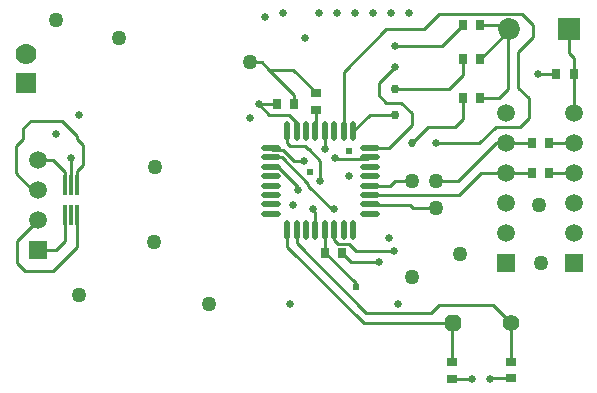
<source format=gbl>
%FSLAX25Y25*%
%MOIN*%
G70*
G01*
G75*
G04 Layer_Physical_Order=4*
G04 Layer_Color=16711680*
%ADD10R,0.04331X0.02559*%
%ADD11R,0.03543X0.03150*%
%ADD12R,0.03150X0.03543*%
%ADD13R,0.02756X0.03543*%
%ADD14R,0.05906X0.05906*%
%ADD15O,0.07087X0.01181*%
%ADD16O,0.01181X0.07087*%
%ADD17C,0.01000*%
G04:AMPARAMS|DCode=18|XSize=55.12mil|YSize=55.12mil|CornerRadius=0mil|HoleSize=0mil|Usage=FLASHONLY|Rotation=0.000|XOffset=0mil|YOffset=0mil|HoleType=Round|Shape=Octagon|*
%AMOCTAGOND18*
4,1,8,0.02756,-0.01378,0.02756,0.01378,0.01378,0.02756,-0.01378,0.02756,-0.02756,0.01378,-0.02756,-0.01378,-0.01378,-0.02756,0.01378,-0.02756,0.02756,-0.01378,0.0*
%
%ADD18OCTAGOND18*%

%ADD19C,0.05512*%
%ADD20R,0.05906X0.05906*%
%ADD21C,0.05906*%
%ADD22R,0.07284X0.07284*%
%ADD23C,0.07284*%
%ADD24R,0.07000X0.07000*%
%ADD25C,0.07000*%
%ADD26C,0.02677*%
%ADD27C,0.02402*%
%ADD28C,0.02441*%
%ADD29C,0.02559*%
%ADD30C,0.05000*%
%ADD31C,0.02480*%
%ADD32C,0.02713*%
%ADD33C,0.02953*%
%ADD34C,0.02500*%
%ADD35C,0.04000*%
%ADD36C,0.07150*%
G04:AMPARAMS|DCode=37|XSize=95.433mil|YSize=95.433mil|CornerRadius=0mil|HoleSize=0mil|Usage=FLASHONLY|Rotation=0.000|XOffset=0mil|YOffset=0mil|HoleType=Round|Shape=Relief|Width=10mil|Gap=10mil|Entries=4|*
%AMTHD37*
7,0,0,0.09543,0.07543,0.01000,45*
%
%ADD37THD37*%
%ADD38C,0.07543*%
%ADD39C,0.08331*%
G04:AMPARAMS|DCode=40|XSize=103.307mil|YSize=103.307mil|CornerRadius=0mil|HoleSize=0mil|Usage=FLASHONLY|Rotation=0.000|XOffset=0mil|YOffset=0mil|HoleType=Round|Shape=Relief|Width=10mil|Gap=10mil|Entries=4|*
%AMTHD40*
7,0,0,0.10331,0.08331,0.01000,45*
%
%ADD40THD40*%
%ADD41C,0.08000*%
G04:AMPARAMS|DCode=42|XSize=100mil|YSize=100mil|CornerRadius=0mil|HoleSize=0mil|Usage=FLASHONLY|Rotation=0.000|XOffset=0mil|YOffset=0mil|HoleType=Round|Shape=Relief|Width=10mil|Gap=10mil|Entries=4|*
%AMTHD42*
7,0,0,0.10000,0.08000,0.01000,45*
%
%ADD42THD42*%
G04:AMPARAMS|DCode=43|XSize=73.819mil|YSize=73.819mil|CornerRadius=0mil|HoleSize=0mil|Usage=FLASHONLY|Rotation=0.000|XOffset=0mil|YOffset=0mil|HoleType=Round|Shape=Relief|Width=10mil|Gap=10mil|Entries=4|*
%AMTHD43*
7,0,0,0.07382,0.05382,0.01000,45*
%
%ADD43THD43*%
%ADD44C,0.05382*%
%ADD45C,0.05378*%
%ADD46C,0.05221*%
G04:AMPARAMS|DCode=47|XSize=74.961mil|YSize=74.961mil|CornerRadius=0mil|HoleSize=0mil|Usage=FLASHONLY|Rotation=0.000|XOffset=0mil|YOffset=0mil|HoleType=Round|Shape=Relief|Width=10mil|Gap=10mil|Entries=4|*
%AMTHD47*
7,0,0,0.07496,0.05496,0.01000,45*
%
%ADD47THD47*%
G04:AMPARAMS|DCode=48|XSize=73.779mil|YSize=73.779mil|CornerRadius=0mil|HoleSize=0mil|Usage=FLASHONLY|Rotation=0.000|XOffset=0mil|YOffset=0mil|HoleType=Round|Shape=Relief|Width=10mil|Gap=10mil|Entries=4|*
%AMTHD48*
7,0,0,0.07378,0.05378,0.01000,45*
%
%ADD48THD48*%
G04:AMPARAMS|DCode=49|XSize=75mil|YSize=75mil|CornerRadius=0mil|HoleSize=0mil|Usage=FLASHONLY|Rotation=0.000|XOffset=0mil|YOffset=0mil|HoleType=Round|Shape=Relief|Width=10mil|Gap=10mil|Entries=4|*
%AMTHD49*
7,0,0,0.07500,0.05500,0.01000,45*
%
%ADD49THD49*%
G04:AMPARAMS|DCode=50|XSize=88mil|YSize=88mil|CornerRadius=0mil|HoleSize=0mil|Usage=FLASHONLY|Rotation=0.000|XOffset=0mil|YOffset=0mil|HoleType=Round|Shape=Relief|Width=10mil|Gap=10mil|Entries=4|*
%AMTHD50*
7,0,0,0.08800,0.06800,0.01000,45*
%
%ADD50THD50*%
%ADD51C,0.06800*%
G04:AMPARAMS|DCode=52|XSize=72.205mil|YSize=72.205mil|CornerRadius=0mil|HoleSize=0mil|Usage=FLASHONLY|Rotation=0.000|XOffset=0mil|YOffset=0mil|HoleType=Round|Shape=Relief|Width=10mil|Gap=10mil|Entries=4|*
%AMTHD52*
7,0,0,0.07220,0.05221,0.01000,45*
%
%ADD52THD52*%
%ADD53C,0.05496*%
%ADD54C,0.05500*%
%ADD55R,0.01575X0.07087*%
%ADD56O,0.01575X0.07087*%
%ADD57O,0.02165X0.06496*%
%ADD58O,0.06496X0.02165*%
D11*
X250000Y123488D02*
D03*
Y129000D02*
D03*
X269500Y123744D02*
D03*
Y129256D02*
D03*
X204500Y218756D02*
D03*
Y213244D02*
D03*
D12*
X276744Y202000D02*
D03*
X282256D02*
D03*
X276744Y192000D02*
D03*
X282256D02*
D03*
X259256Y241500D02*
D03*
X253744D02*
D03*
X197256Y215000D02*
D03*
X191744D02*
D03*
X259256Y230000D02*
D03*
X253744D02*
D03*
X259256Y217000D02*
D03*
X253744D02*
D03*
X213256Y165500D02*
D03*
X207744D02*
D03*
D13*
X290453Y225000D02*
D03*
X284547D02*
D03*
D17*
X207500Y200000D02*
Y205961D01*
X207575Y206035D01*
X213874D02*
Y225874D01*
X191776Y194224D02*
X198500Y187500D01*
Y186500D02*
Y187500D01*
X211221Y196780D02*
X221941D01*
X211000Y197000D02*
X211221Y196780D01*
X202157Y200000D02*
X206000Y196157D01*
X215500Y168500D02*
X218000Y166000D01*
X230500D01*
X262744Y123744D02*
X269500D01*
X216256Y162500D02*
X225500D01*
X213500Y165256D02*
X216256Y162500D01*
X217799Y154200D02*
Y155299D01*
X207744Y165355D02*
X217799Y155299D01*
X198126Y168626D02*
X221252Y145500D01*
X198126Y168626D02*
Y172965D01*
X221252Y145500D02*
X243000D01*
X182500Y229000D02*
X186500D01*
X189000Y226500D01*
X120000Y209500D02*
X125000Y204500D01*
X109500Y209500D02*
X120000D01*
X107000Y207000D02*
X109500Y209500D01*
X107000Y203500D02*
Y207000D01*
X125000Y203500D02*
Y204500D01*
X284547Y225000D02*
X284547Y225000D01*
X278500Y225000D02*
X284547D01*
X290453Y212047D02*
X290500Y212000D01*
X290453Y212047D02*
Y225000D01*
X289000Y232000D02*
Y240000D01*
Y232000D02*
X290453Y230547D01*
Y225000D02*
Y230547D01*
X204425Y172965D02*
Y179075D01*
X202000Y187843D02*
X209843Y180000D01*
X206000Y189500D02*
Y196157D01*
X209843Y180000D02*
X210500D01*
X210724Y169776D02*
X212000Y168500D01*
X215500D01*
X207744Y165500D02*
Y172795D01*
X194976Y167524D02*
Y172965D01*
X263606Y148000D02*
X269606Y142000D01*
X245500Y148000D02*
X263606D01*
X243000Y145500D02*
X245500Y148000D01*
X194976Y167524D02*
X220500Y142000D01*
X250394D01*
X269500Y129256D02*
Y141894D01*
X250000Y129000D02*
Y141606D01*
Y123488D02*
X256488D01*
X222661Y181500D02*
X236000D01*
X237000Y180500D01*
X244500D01*
X282256Y202000D02*
X290500D01*
X268000D02*
X276744D01*
X222535Y184776D02*
X252276D01*
X259500Y192000D01*
X268000D01*
X268000Y192000D02*
X276744D01*
X282256D02*
X282256Y192000D01*
X290500D01*
X194976Y202024D02*
Y206035D01*
Y202024D02*
X196000Y201000D01*
X201000D01*
X202000Y200000D01*
X202157D01*
X189465Y200524D02*
X190323Y199665D01*
X193585D01*
X197250Y196000D01*
X200500D01*
X189465Y197374D02*
X193126D01*
X202000Y188500D01*
Y187843D02*
Y188500D01*
X189465Y194224D02*
X191776D01*
X125000Y203500D02*
X127000Y201500D01*
X121000Y169500D02*
Y177500D01*
X104500Y192000D02*
Y201000D01*
X107000Y203500D01*
X104500Y192000D02*
X110000Y186500D01*
X107500Y159500D02*
X117000D01*
X105000Y162000D02*
X107500Y159500D01*
X105000Y162000D02*
Y169500D01*
X112000Y176500D01*
Y196500D02*
X117000D01*
X110000Y186500D02*
X112000D01*
X259256Y241500D02*
X267500D01*
X268500Y239244D02*
Y239500D01*
X259256Y230000D02*
X268500Y239244D01*
X269000Y239744D01*
X259256Y217000D02*
X265500D01*
X268500Y220000D01*
Y239244D01*
X236500Y202000D02*
X242000Y207500D01*
X251000D01*
X253744Y210244D01*
Y217000D01*
X231000Y220000D02*
X249000D01*
X253744Y224744D01*
Y230000D01*
X231000Y234500D02*
X246744D01*
X225500Y222000D02*
X231000Y227500D01*
X225500Y218000D02*
Y222000D01*
X236500Y208000D02*
Y212000D01*
X229000Y200500D02*
X236500Y208000D01*
X222559Y200500D02*
X229000D01*
X222535Y200524D02*
X222559Y200500D01*
X244500Y189500D02*
X252000D01*
X264500Y202000D01*
X268000D01*
X244500D02*
X259000D01*
X264500Y207500D01*
X272500D01*
X275500Y210500D01*
Y217000D01*
X272000Y220500D02*
X275500Y217000D01*
X272000Y220500D02*
Y232500D01*
X277000Y237500D01*
X240500Y240000D02*
X245642Y245142D01*
X228000Y240000D02*
X240500D01*
X213874Y225874D02*
X228000Y240000D01*
X246744Y234500D02*
X253744Y241500D01*
X245642Y245142D02*
X273358D01*
X277000Y241500D01*
Y237500D02*
Y241500D01*
X204500Y206110D02*
Y213244D01*
X204425Y206035D02*
X204500Y206110D01*
X185500Y215000D02*
X191744D01*
X198126Y206035D02*
Y208874D01*
X195500Y211500D02*
X198126Y208874D01*
X189000Y211500D02*
X195500D01*
X185500Y215000D02*
X189000Y211500D01*
X197256Y215000D02*
Y218244D01*
X189000Y226500D02*
X197256Y218244D01*
X204500Y218756D02*
Y219000D01*
X197000Y226500D02*
X204500Y219000D01*
X189000Y226500D02*
X197000D01*
X231000Y189500D02*
X236500D01*
X229425Y187925D02*
X231000Y189500D01*
X222535Y187925D02*
X229425D01*
X112000Y166500D02*
Y168287D01*
X118000Y166500D02*
X121000Y169500D01*
X112000Y166500D02*
X118000D01*
X222488Y211500D02*
X231000D01*
X228000Y215500D02*
X233000D01*
X217024Y206035D02*
X222488Y211500D01*
X233000Y215500D02*
X236500Y212000D01*
X225500Y218000D02*
X228000Y215500D01*
X117000Y159500D02*
X125000Y167500D01*
Y177500D01*
X127000Y194843D02*
Y201500D01*
X123000Y188000D02*
Y197000D01*
X125000Y192843D02*
X127000Y194843D01*
X125000Y188000D02*
Y192843D01*
X117000Y196500D02*
X121000Y192500D01*
Y188000D02*
Y192500D01*
D18*
X250394Y142000D02*
D03*
D19*
X269606D02*
D03*
D20*
X290500Y162000D02*
D03*
X268000D02*
D03*
X112000Y166500D02*
D03*
D21*
X290500Y172000D02*
D03*
Y182000D02*
D03*
Y192000D02*
D03*
Y202000D02*
D03*
Y212000D02*
D03*
X268000Y172000D02*
D03*
Y182000D02*
D03*
Y192000D02*
D03*
Y202000D02*
D03*
Y212000D02*
D03*
X112000Y196500D02*
D03*
Y186500D02*
D03*
Y176500D02*
D03*
D22*
X289000Y240000D02*
D03*
D23*
X269000D02*
D03*
D24*
X108000Y222079D02*
D03*
D25*
Y231921D02*
D03*
D26*
X207500Y200000D02*
D03*
X185500Y215000D02*
D03*
X182500Y210500D02*
D03*
X197000Y181500D02*
D03*
X198500Y186500D02*
D03*
X211000Y197000D02*
D03*
X215500Y191000D02*
D03*
X229000Y170500D02*
D03*
X262500Y123500D02*
D03*
X256488Y123488D02*
D03*
X225500Y162500D02*
D03*
X187500Y244000D02*
D03*
X203500Y180000D02*
D03*
X278500Y225000D02*
D03*
X206000Y189500D02*
D03*
X210500Y180000D02*
D03*
X200500Y196000D02*
D03*
X232000Y148500D02*
D03*
X193500Y245500D02*
D03*
X205500D02*
D03*
X211500D02*
D03*
X223500D02*
D03*
X235500D02*
D03*
X217500D02*
D03*
X196000Y148500D02*
D03*
X244500Y202000D02*
D03*
X229500Y245500D02*
D03*
X231000Y234500D02*
D03*
Y227500D02*
D03*
X201000Y237000D02*
D03*
D27*
X202500Y192500D02*
D03*
X217799Y154200D02*
D03*
D28*
X215500Y199500D02*
D03*
D29*
X230500Y166000D02*
D03*
D30*
X182500Y229000D02*
D03*
X244500Y189500D02*
D03*
Y180500D02*
D03*
X279500Y162000D02*
D03*
X169000Y148500D02*
D03*
X279000Y181500D02*
D03*
X150500Y169000D02*
D03*
X151000Y194000D02*
D03*
X125500Y151500D02*
D03*
X139000Y237000D02*
D03*
X236500Y189500D02*
D03*
Y157500D02*
D03*
X118000Y243000D02*
D03*
X252500Y165000D02*
D03*
D31*
X125500Y211500D02*
D03*
X123000Y197000D02*
D03*
D32*
X236500Y202000D02*
D03*
D33*
X231000Y220000D02*
D03*
Y211500D02*
D03*
D34*
X118000Y205000D02*
D03*
D55*
X121000Y188000D02*
D03*
D56*
X123000D02*
D03*
X125000D02*
D03*
Y178000D02*
D03*
X123000D02*
D03*
X121000D02*
D03*
D57*
X217024Y172965D02*
D03*
X213874D02*
D03*
X210724D02*
D03*
X207575D02*
D03*
X204425D02*
D03*
X201276D02*
D03*
X198126D02*
D03*
X194976D02*
D03*
Y206035D02*
D03*
X198126D02*
D03*
X201276D02*
D03*
X204425D02*
D03*
X207575D02*
D03*
X210724D02*
D03*
X213874D02*
D03*
X217024D02*
D03*
D58*
X189465Y178476D02*
D03*
Y181626D02*
D03*
Y184776D02*
D03*
Y187925D02*
D03*
Y191075D02*
D03*
Y194224D02*
D03*
Y197374D02*
D03*
Y200524D02*
D03*
X222535D02*
D03*
Y197374D02*
D03*
Y194224D02*
D03*
Y191075D02*
D03*
Y187925D02*
D03*
Y184776D02*
D03*
Y181626D02*
D03*
Y178476D02*
D03*
M02*

</source>
